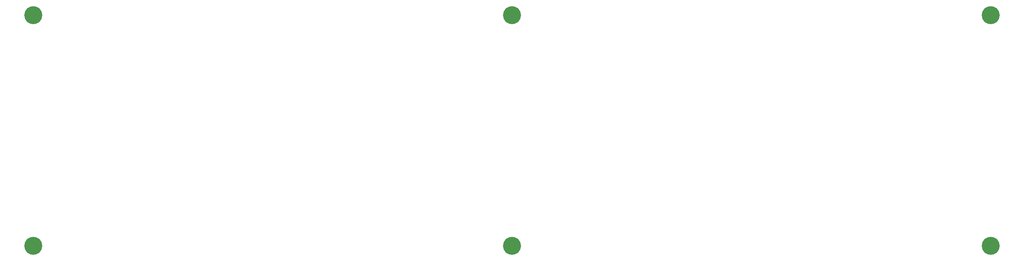
<source format=gbs>
G04*
G04 #@! TF.GenerationSoftware,Altium Limited,Altium Designer,25.8.1 (18)*
G04*
G04 Layer_Color=16711935*
%FSLAX44Y44*%
%MOMM*%
G71*
G04*
G04 #@! TF.SameCoordinates,A11727E3-4EE6-487C-9337-FEDB4605177B*
G04*
G04*
G04 #@! TF.FilePolarity,Negative*
G04*
G01*
G75*
%ADD15C,4.2000*%
D15*
X0Y270000D02*
D03*
Y-270000D02*
D03*
X-1120000Y270000D02*
D03*
Y-270000D02*
D03*
X1120000Y270000D02*
D03*
Y-270000D02*
D03*
M02*

</source>
